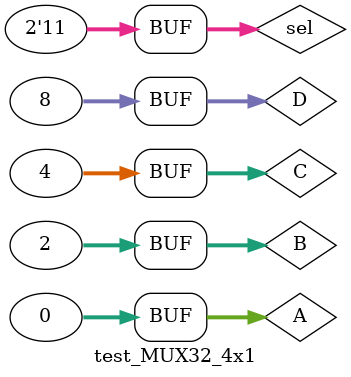
<source format=v>
`timescale 1ns / 1ps


module test_MUX32_4x1;

	// Inputs
	reg [31:0] A;
	reg [31:0] B;
	reg [31:0] C;
	reg [31:0] D;
	reg [1:0] sel;

	// Outputs
	wire [31:0] E;

	// Instantiate the Unit Under Test (UUT)
	MUX32_4x1 uut (
		.A(A), 
		.B(B), 
		.C(C), 
		.D(D), 
		.sel(sel), 
		.E(E)
	);

	initial begin
		// Initialize Inputs
		A[31:0] = 32'b0;
		B[31:0] = 32'b10;
		C[31:0] = 32'b100;
		D[31:0] = 32'b1000;
		sel[1:0] = 0;

		// Wait 100 ns for global reset to finish
		#100;
      sel[1:0] = 2'b1;
		#100;
		sel[1:0] = 2'b10;
		#100;
		sel[1:0] = 2'b11;
		
		// Add stimulus here

	end
      
endmodule


</source>
